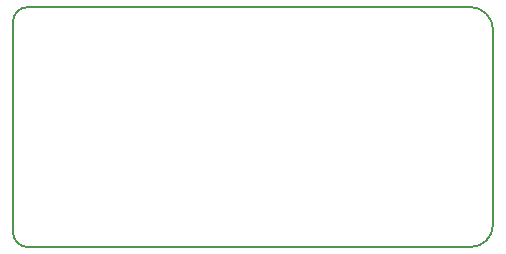
<source format=gbr>
G04 #@! TF.GenerationSoftware,KiCad,Pcbnew,(5.0.2)-1*
G04 #@! TF.CreationDate,2019-03-06T22:55:48-05:00*
G04 #@! TF.ProjectId,v2,76322e6b-6963-4616-945f-706362585858,rev?*
G04 #@! TF.SameCoordinates,Original*
G04 #@! TF.FileFunction,Profile,NP*
%FSLAX46Y46*%
G04 Gerber Fmt 4.6, Leading zero omitted, Abs format (unit mm)*
G04 Created by KiCad (PCBNEW (5.0.2)-1) date 3/6/2019 10:55:48 PM*
%MOMM*%
%LPD*%
G01*
G04 APERTURE LIST*
%ADD10C,0.150000*%
G04 APERTURE END LIST*
D10*
X133350000Y-90170000D02*
G75*
G02X131445000Y-92075000I-1905000J0D01*
G01*
X131445000Y-71755000D02*
G75*
G02X133350000Y-73660000I0J-1905000D01*
G01*
X133350000Y-73660000D02*
X133350000Y-90170000D01*
X93980000Y-92075000D02*
X131445000Y-92075000D01*
X93980000Y-71755000D02*
X131445000Y-71755000D01*
X93980000Y-92075000D02*
G75*
G02X92710000Y-90805000I0J1270000D01*
G01*
X92710000Y-73025000D02*
G75*
G02X93980000Y-71755000I1270000J0D01*
G01*
X92710000Y-73025000D02*
X92710000Y-90805000D01*
M02*

</source>
